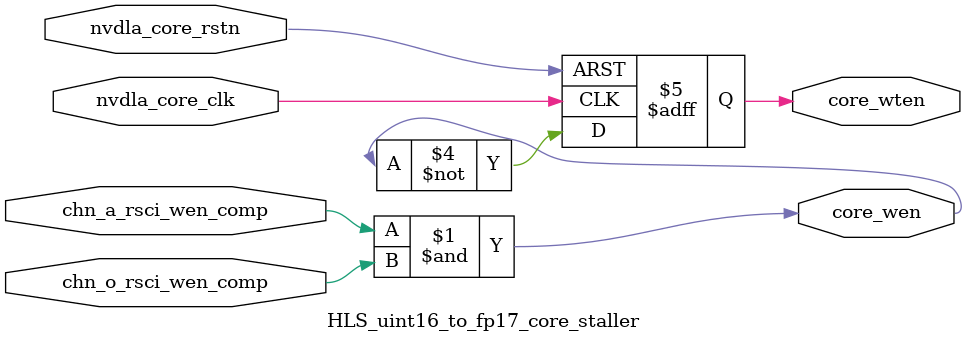
<source format=v>
module HLS_uint16_to_fp17_core_staller (
  nvdla_core_clk, nvdla_core_rstn, core_wen, chn_a_rsci_wen_comp, core_wten, chn_o_rsci_wen_comp
);
  input nvdla_core_clk;
  input nvdla_core_rstn;
  output core_wen;
  input chn_a_rsci_wen_comp;
  output core_wten;
  reg core_wten;
  input chn_o_rsci_wen_comp;
  assign core_wen = chn_a_rsci_wen_comp & chn_o_rsci_wen_comp;
  always @(posedge nvdla_core_clk or negedge nvdla_core_rstn) begin
    if ( ~ nvdla_core_rstn ) begin
      core_wten <= 1'b0;
    end
    else begin
      core_wten <= ~ core_wen;
    end
  end
endmodule
</source>
